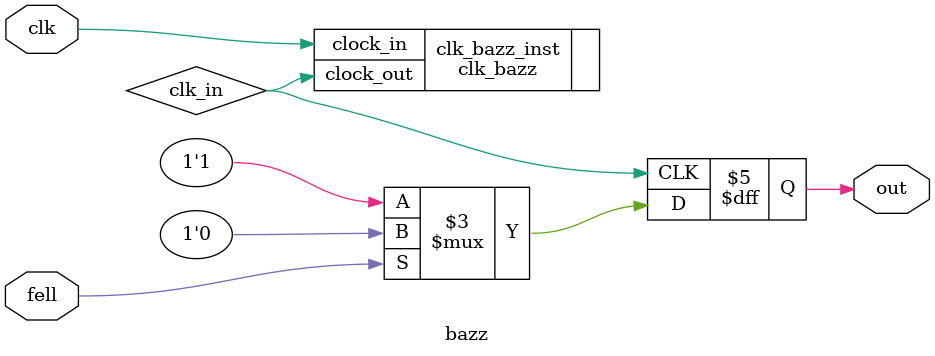
<source format=v>
`timescale 1ns / 1ps
module bazz(clk, fell, out);

input clk, fell;
output reg out;

wire clk_in;

clk_bazz clk_bazz_inst(.clock_in(clk),.clock_out(clk_in));

always @(posedge clk_in)
	if (fell)
		out <= 0;
	else 
		out <= 1;
		
endmodule

</source>
